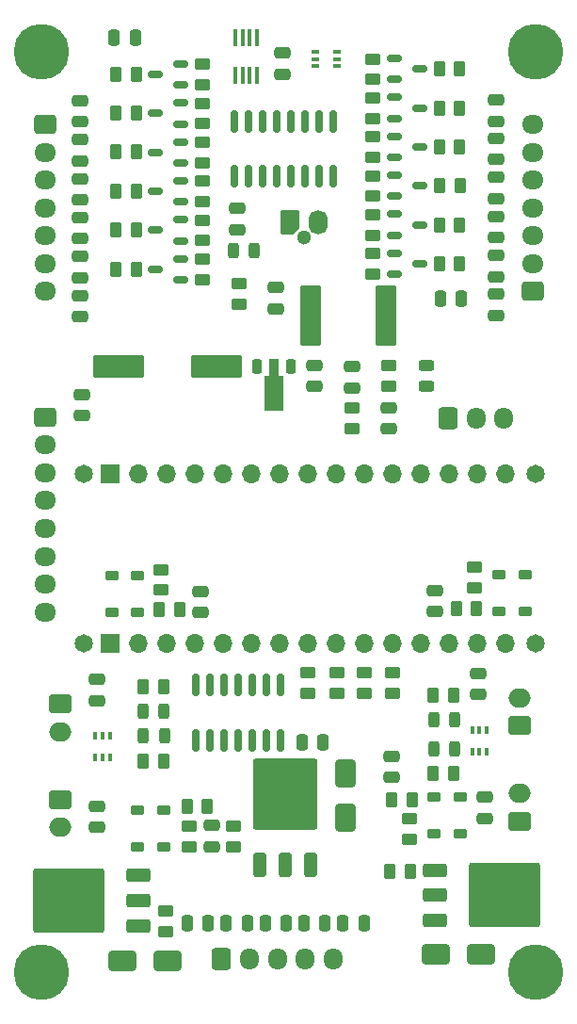
<source format=gbr>
%TF.GenerationSoftware,KiCad,Pcbnew,9.0.0*%
%TF.CreationDate,2025-05-01T21:30:10-04:00*%
%TF.ProjectId,StarterController_Nano,53746172-7465-4724-936f-6e74726f6c6c,rev?*%
%TF.SameCoordinates,Original*%
%TF.FileFunction,Soldermask,Top*%
%TF.FilePolarity,Negative*%
%FSLAX46Y46*%
G04 Gerber Fmt 4.6, Leading zero omitted, Abs format (unit mm)*
G04 Created by KiCad (PCBNEW 9.0.0) date 2025-05-01 21:30:10*
%MOMM*%
%LPD*%
G01*
G04 APERTURE LIST*
G04 Aperture macros list*
%AMRoundRect*
0 Rectangle with rounded corners*
0 $1 Rounding radius*
0 $2 $3 $4 $5 $6 $7 $8 $9 X,Y pos of 4 corners*
0 Add a 4 corners polygon primitive as box body*
4,1,4,$2,$3,$4,$5,$6,$7,$8,$9,$2,$3,0*
0 Add four circle primitives for the rounded corners*
1,1,$1+$1,$2,$3*
1,1,$1+$1,$4,$5*
1,1,$1+$1,$6,$7*
1,1,$1+$1,$8,$9*
0 Add four rect primitives between the rounded corners*
20,1,$1+$1,$2,$3,$4,$5,0*
20,1,$1+$1,$4,$5,$6,$7,0*
20,1,$1+$1,$6,$7,$8,$9,0*
20,1,$1+$1,$8,$9,$2,$3,0*%
%AMFreePoly0*
4,1,22,0.945671,0.830970,1.026777,0.776777,1.080970,0.695671,1.100000,0.600000,1.100000,-0.600000,1.080970,-0.695671,1.026777,-0.776777,0.945671,-0.830970,0.850000,-0.850000,-0.450000,-0.850000,-0.545671,-0.830970,-0.626777,-0.776777,-1.026777,-0.376777,-1.080970,-0.295671,-1.100000,-0.200000,-1.100000,0.600000,-1.080970,0.695671,-1.026777,0.776777,-0.945671,0.830970,-0.850000,0.850000,
0.850000,0.850000,0.945671,0.830970,0.945671,0.830970,$1*%
%AMFreePoly1*
4,1,9,3.862500,-0.866500,0.737500,-0.866500,0.737500,-0.450000,-0.737500,-0.450000,-0.737500,0.450000,0.737500,0.450000,0.737500,0.866500,3.862500,0.866500,3.862500,-0.866500,3.862500,-0.866500,$1*%
G04 Aperture macros list end*
%ADD10RoundRect,0.250000X0.450000X-0.262500X0.450000X0.262500X-0.450000X0.262500X-0.450000X-0.262500X0*%
%ADD11RoundRect,0.250000X-0.250000X-0.475000X0.250000X-0.475000X0.250000X0.475000X-0.250000X0.475000X0*%
%ADD12RoundRect,0.250000X0.475000X-0.250000X0.475000X0.250000X-0.475000X0.250000X-0.475000X-0.250000X0*%
%ADD13RoundRect,0.250000X1.000000X0.650000X-1.000000X0.650000X-1.000000X-0.650000X1.000000X-0.650000X0*%
%ADD14RoundRect,0.150000X0.512500X0.150000X-0.512500X0.150000X-0.512500X-0.150000X0.512500X-0.150000X0*%
%ADD15RoundRect,0.250000X-0.725000X0.600000X-0.725000X-0.600000X0.725000X-0.600000X0.725000X0.600000X0*%
%ADD16O,1.950000X1.700000*%
%ADD17RoundRect,0.250000X-0.475000X0.250000X-0.475000X-0.250000X0.475000X-0.250000X0.475000X0.250000X0*%
%ADD18RoundRect,0.150000X-0.512500X-0.150000X0.512500X-0.150000X0.512500X0.150000X-0.512500X0.150000X0*%
%ADD19RoundRect,0.250000X0.725000X-0.600000X0.725000X0.600000X-0.725000X0.600000X-0.725000X-0.600000X0*%
%ADD20RoundRect,0.250000X-0.712500X-2.475000X0.712500X-2.475000X0.712500X2.475000X-0.712500X2.475000X0*%
%ADD21RoundRect,0.250000X-0.450000X0.262500X-0.450000X-0.262500X0.450000X-0.262500X0.450000X0.262500X0*%
%ADD22RoundRect,0.100000X-0.100000X0.225000X-0.100000X-0.225000X0.100000X-0.225000X0.100000X0.225000X0*%
%ADD23C,1.651000*%
%ADD24RoundRect,0.225000X-0.375000X0.225000X-0.375000X-0.225000X0.375000X-0.225000X0.375000X0.225000X0*%
%ADD25RoundRect,0.250000X0.262500X0.450000X-0.262500X0.450000X-0.262500X-0.450000X0.262500X-0.450000X0*%
%ADD26RoundRect,0.250000X-1.000000X-0.650000X1.000000X-0.650000X1.000000X0.650000X-1.000000X0.650000X0*%
%ADD27RoundRect,0.243750X-0.243750X-0.456250X0.243750X-0.456250X0.243750X0.456250X-0.243750X0.456250X0*%
%ADD28RoundRect,0.243750X0.243750X0.456250X-0.243750X0.456250X-0.243750X-0.456250X0.243750X-0.456250X0*%
%ADD29RoundRect,0.250000X-0.850000X-0.350000X0.850000X-0.350000X0.850000X0.350000X-0.850000X0.350000X0*%
%ADD30RoundRect,0.249997X-2.950003X-2.650003X2.950003X-2.650003X2.950003X2.650003X-2.950003X2.650003X0*%
%ADD31RoundRect,0.225000X0.375000X-0.225000X0.375000X0.225000X-0.375000X0.225000X-0.375000X-0.225000X0*%
%ADD32R,0.300000X1.600000*%
%ADD33R,1.700000X1.700000*%
%ADD34O,1.700000X1.700000*%
%ADD35RoundRect,0.250000X-0.262500X-0.450000X0.262500X-0.450000X0.262500X0.450000X-0.262500X0.450000X0*%
%ADD36RoundRect,0.250000X-0.600000X-0.725000X0.600000X-0.725000X0.600000X0.725000X-0.600000X0.725000X0*%
%ADD37O,1.700000X1.950000*%
%ADD38RoundRect,0.250000X0.250000X0.475000X-0.250000X0.475000X-0.250000X-0.475000X0.250000X-0.475000X0*%
%ADD39C,5.000000*%
%ADD40RoundRect,0.150000X-0.150000X0.825000X-0.150000X-0.825000X0.150000X-0.825000X0.150000X0.825000X0*%
%ADD41RoundRect,0.250001X2.049999X0.799999X-2.049999X0.799999X-2.049999X-0.799999X2.049999X-0.799999X0*%
%ADD42RoundRect,0.100000X0.225000X0.100000X-0.225000X0.100000X-0.225000X-0.100000X0.225000X-0.100000X0*%
%ADD43RoundRect,0.250000X0.350000X-0.850000X0.350000X0.850000X-0.350000X0.850000X-0.350000X-0.850000X0*%
%ADD44RoundRect,0.249997X2.650003X-2.950003X2.650003X2.950003X-2.650003X2.950003X-2.650003X-2.950003X0*%
%ADD45RoundRect,0.250000X0.750000X-0.600000X0.750000X0.600000X-0.750000X0.600000X-0.750000X-0.600000X0*%
%ADD46O,2.000000X1.700000*%
%ADD47RoundRect,0.250000X0.850000X0.350000X-0.850000X0.350000X-0.850000X-0.350000X0.850000X-0.350000X0*%
%ADD48RoundRect,0.249997X2.950003X2.650003X-2.950003X2.650003X-2.950003X-2.650003X2.950003X-2.650003X0*%
%ADD49C,1.300000*%
%ADD50FreePoly0,90.000000*%
%ADD51O,1.700000X2.200000*%
%ADD52RoundRect,0.250000X-0.750000X0.600000X-0.750000X-0.600000X0.750000X-0.600000X0.750000X0.600000X0*%
%ADD53RoundRect,0.225000X-0.225000X0.425000X-0.225000X-0.425000X0.225000X-0.425000X0.225000X0.425000X0*%
%ADD54FreePoly1,270.000000*%
%ADD55RoundRect,0.250000X0.650000X-1.000000X0.650000X1.000000X-0.650000X1.000000X-0.650000X-1.000000X0*%
%ADD56RoundRect,0.243750X0.456250X-0.243750X0.456250X0.243750X-0.456250X0.243750X-0.456250X-0.243750X0*%
G04 APERTURE END LIST*
D10*
%TO.C,R19*%
X112000000Y-59012500D03*
X112000000Y-57187500D03*
%TD*%
D11*
%TO.C,C12*%
X117600000Y-123860000D03*
X119500000Y-123860000D03*
%TD*%
D12*
%TO.C,C2*%
X118600000Y-68650000D03*
X118600000Y-66750000D03*
%TD*%
D13*
%TO.C,D2*%
X108800000Y-127250000D03*
X104800000Y-127250000D03*
%TD*%
D12*
%TO.C,C33*%
X128700000Y-79450000D03*
X128700000Y-77550000D03*
%TD*%
D14*
%TO.C,Q12*%
X110037500Y-62550000D03*
X110037500Y-60650000D03*
X107762500Y-61600000D03*
%TD*%
D15*
%TO.C,J1*%
X97800000Y-78400000D03*
D16*
X97800000Y-80900000D03*
X97800000Y-83400000D03*
X97800000Y-85900000D03*
X97800000Y-88400000D03*
X97800000Y-90900000D03*
X97800000Y-93400000D03*
X97800000Y-95900000D03*
%TD*%
D17*
%TO.C,C7*%
X115100000Y-59650000D03*
X115100000Y-61550000D03*
%TD*%
D15*
%TO.C,J4*%
X97800000Y-52100000D03*
D16*
X97800000Y-54600000D03*
X97800000Y-57100000D03*
X97800000Y-59600000D03*
X97800000Y-62100000D03*
X97800000Y-64600000D03*
X97800000Y-67100000D03*
%TD*%
D18*
%TO.C,Q4*%
X129262500Y-56650000D03*
X129262500Y-58550000D03*
X131537500Y-57600000D03*
%TD*%
D19*
%TO.C,J3*%
X141649840Y-67100000D03*
D16*
X141649840Y-64600000D03*
X141649840Y-62100000D03*
X141649840Y-59600000D03*
X141649840Y-57100000D03*
X141649840Y-54600000D03*
X141649840Y-52100000D03*
%TD*%
D20*
%TO.C,F1*%
X121712500Y-69300000D03*
X128487500Y-69300000D03*
%TD*%
D10*
%TO.C,R30*%
X124100000Y-103212500D03*
X124100000Y-101387500D03*
%TD*%
%TO.C,R29*%
X128700000Y-75612500D03*
X128700000Y-73787500D03*
%TD*%
D12*
%TO.C,C25*%
X138400000Y-58750000D03*
X138400000Y-56850000D03*
%TD*%
D21*
%TO.C,R6*%
X136400000Y-91887500D03*
X136400000Y-93712500D03*
%TD*%
D22*
%TO.C,Q15*%
X103650000Y-107050000D03*
X103000000Y-107050000D03*
X102350000Y-107050000D03*
X102350000Y-108950000D03*
X103000000Y-108950000D03*
X103650000Y-108950000D03*
%TD*%
D17*
%TO.C,C5*%
X112800000Y-115100000D03*
X112800000Y-117000000D03*
%TD*%
D11*
%TO.C,C8*%
X120900000Y-107650000D03*
X122800000Y-107650000D03*
%TD*%
D23*
%TO.C,MH2*%
X101270000Y-83490000D03*
%TD*%
D17*
%TO.C,C20*%
X101000000Y-60450000D03*
X101000000Y-62350000D03*
%TD*%
D21*
%TO.C,R16*%
X127300000Y-49707500D03*
X127300000Y-51532500D03*
%TD*%
D12*
%TO.C,C37*%
X138400000Y-69250000D03*
X138400000Y-67350000D03*
%TD*%
D24*
%TO.C,D9*%
X135200000Y-112550000D03*
X135200000Y-115850000D03*
%TD*%
D12*
%TO.C,C16*%
X136800000Y-103300000D03*
X136800000Y-101400000D03*
%TD*%
D25*
%TO.C,R34*%
X135112500Y-50600000D03*
X133287500Y-50600000D03*
%TD*%
D14*
%TO.C,Q11*%
X110037500Y-52050000D03*
X110037500Y-50150000D03*
X107762500Y-51100000D03*
%TD*%
D26*
%TO.C,D3*%
X133000000Y-126700000D03*
X137000000Y-126700000D03*
%TD*%
D10*
%TO.C,R23*%
X112000000Y-66025000D03*
X112000000Y-64200000D03*
%TD*%
D27*
%TO.C,D6*%
X132762500Y-108200000D03*
X134637500Y-108200000D03*
%TD*%
D17*
%TO.C,C17*%
X102500000Y-113350000D03*
X102500000Y-115250000D03*
%TD*%
D28*
%TO.C,D14*%
X108537500Y-107000000D03*
X106662500Y-107000000D03*
%TD*%
D17*
%TO.C,C9*%
X125400000Y-73850000D03*
X125400000Y-75750000D03*
%TD*%
D12*
%TO.C,C6*%
X111800000Y-95950000D03*
X111800000Y-94050000D03*
%TD*%
D21*
%TO.C,R13*%
X127300000Y-53207500D03*
X127300000Y-55032500D03*
%TD*%
D29*
%TO.C,Q21*%
X132850000Y-119092500D03*
X132850000Y-121372500D03*
D30*
X139150000Y-121372500D03*
D29*
X132850000Y-123652500D03*
%TD*%
D11*
%TO.C,C30*%
X114100000Y-123860000D03*
X116000000Y-123860000D03*
%TD*%
D31*
%TO.C,D10*%
X141000000Y-95850000D03*
X141000000Y-92550000D03*
%TD*%
D22*
%TO.C,Q16*%
X137550000Y-106550000D03*
X136900000Y-106550000D03*
X136250000Y-106550000D03*
X136250000Y-108450000D03*
X136900000Y-108450000D03*
X137550000Y-108450000D03*
%TD*%
D32*
%TO.C,U3*%
X116875000Y-44300000D03*
X116225000Y-44300000D03*
X115575000Y-44300000D03*
X114925000Y-44300000D03*
X114925000Y-47700000D03*
X115575000Y-47700000D03*
X116225000Y-47700000D03*
X116875000Y-47700000D03*
%TD*%
D10*
%TO.C,R31*%
X126500000Y-103212500D03*
X126500000Y-101387500D03*
%TD*%
D31*
%TO.C,D5*%
X132800000Y-115805000D03*
X132800000Y-112505000D03*
%TD*%
D14*
%TO.C,Q13*%
X110037500Y-66050000D03*
X110037500Y-64150000D03*
X107762500Y-65100000D03*
%TD*%
D21*
%TO.C,R49*%
X114800000Y-115157500D03*
X114800000Y-116982500D03*
%TD*%
D10*
%TO.C,R11*%
X110800000Y-116982500D03*
X110800000Y-115157500D03*
%TD*%
D25*
%TO.C,R2*%
X135125000Y-57600000D03*
X133300000Y-57600000D03*
%TD*%
D18*
%TO.C,Q8*%
X129262500Y-63650000D03*
X129262500Y-65550000D03*
X131537500Y-64600000D03*
%TD*%
D33*
%TO.C,J13*%
X103710000Y-83500000D03*
D34*
X106250000Y-83500000D03*
X108790000Y-83500000D03*
X111330000Y-83500000D03*
X113870000Y-83500000D03*
X116410000Y-83500000D03*
X118950000Y-83500000D03*
X121490000Y-83500000D03*
X124030000Y-83500000D03*
X126570000Y-83500000D03*
X129110000Y-83500000D03*
X131650000Y-83500000D03*
X134190000Y-83500000D03*
X136730000Y-83500000D03*
X139270000Y-83500000D03*
%TD*%
D21*
%TO.C,R14*%
X127300000Y-56707500D03*
X127300000Y-58532500D03*
%TD*%
D17*
%TO.C,C4*%
X132900000Y-93950000D03*
X132900000Y-95850000D03*
%TD*%
D10*
%TO.C,R20*%
X112000000Y-55512500D03*
X112000000Y-53687500D03*
%TD*%
D35*
%TO.C,R53*%
X128837500Y-119200000D03*
X130662500Y-119200000D03*
%TD*%
D25*
%TO.C,R41*%
X106012500Y-65100000D03*
X104187500Y-65100000D03*
%TD*%
D36*
%TO.C,J2*%
X113700000Y-127100000D03*
D37*
X116200000Y-127100000D03*
X118700000Y-127100000D03*
X121200000Y-127100000D03*
X123700000Y-127100000D03*
%TD*%
D36*
%TO.C,J5*%
X134100000Y-78500000D03*
D37*
X136600000Y-78500000D03*
X139100000Y-78500000D03*
%TD*%
D17*
%TO.C,C10*%
X122000000Y-73750000D03*
X122000000Y-75650000D03*
%TD*%
D35*
%TO.C,R25*%
X110575000Y-113350000D03*
X112400000Y-113350000D03*
%TD*%
D12*
%TO.C,C3*%
X129000000Y-110750000D03*
X129000000Y-108850000D03*
%TD*%
D23*
%TO.C,MH4*%
X141910000Y-98730000D03*
%TD*%
D25*
%TO.C,R37*%
X106012500Y-58100000D03*
X104187500Y-58100000D03*
%TD*%
D38*
%TO.C,C13*%
X135250000Y-67700000D03*
X133350000Y-67700000D03*
%TD*%
D39*
%TO.C,H2*%
X141949840Y-45563000D03*
%TD*%
D12*
%TO.C,C26*%
X138400000Y-62250000D03*
X138400000Y-60350000D03*
%TD*%
%TO.C,C24*%
X138400000Y-65750000D03*
X138400000Y-63850000D03*
%TD*%
D25*
%TO.C,R8*%
X136612500Y-95600000D03*
X134787500Y-95600000D03*
%TD*%
D24*
%TO.C,D13*%
X106100000Y-92650000D03*
X106100000Y-95950000D03*
%TD*%
D25*
%TO.C,R10*%
X108472500Y-109300000D03*
X106647500Y-109300000D03*
%TD*%
%TO.C,R35*%
X135112500Y-47100000D03*
X133287500Y-47100000D03*
%TD*%
D10*
%TO.C,R5*%
X130600000Y-116312500D03*
X130600000Y-114487500D03*
%TD*%
D40*
%TO.C,U2*%
X119032500Y-102475000D03*
X117762500Y-102475000D03*
X116492500Y-102475000D03*
X115222500Y-102475000D03*
X113952500Y-102475000D03*
X112682500Y-102475000D03*
X111412500Y-102475000D03*
X111412500Y-107425000D03*
X112682500Y-107425000D03*
X113952500Y-107425000D03*
X115222500Y-107425000D03*
X116492500Y-107425000D03*
X117762500Y-107425000D03*
X119032500Y-107425000D03*
%TD*%
D21*
%TO.C,R15*%
X127300000Y-60207500D03*
X127300000Y-62032500D03*
%TD*%
D17*
%TO.C,C29*%
X101000000Y-49950000D03*
X101000000Y-51850000D03*
%TD*%
D28*
%TO.C,D12*%
X108497500Y-104800000D03*
X106622500Y-104800000D03*
%TD*%
%TO.C,D17*%
X116637500Y-63400000D03*
X114762500Y-63400000D03*
%TD*%
D17*
%TO.C,C23*%
X101000000Y-56950000D03*
X101000000Y-58850000D03*
%TD*%
D21*
%TO.C,R27*%
X115300000Y-66387500D03*
X115300000Y-68212500D03*
%TD*%
D18*
%TO.C,Q3*%
X129262500Y-53150000D03*
X129262500Y-55050000D03*
X131537500Y-54100000D03*
%TD*%
D14*
%TO.C,Q14*%
X110037500Y-48550000D03*
X110037500Y-46650000D03*
X107762500Y-47600000D03*
%TD*%
D11*
%TO.C,C32*%
X124600000Y-123860000D03*
X126500000Y-123860000D03*
%TD*%
D17*
%TO.C,C15*%
X137400000Y-112555000D03*
X137400000Y-114455000D03*
%TD*%
D10*
%TO.C,R28*%
X121420000Y-103212500D03*
X121420000Y-101387500D03*
%TD*%
D17*
%TO.C,C21*%
X101000000Y-67450000D03*
X101000000Y-69350000D03*
%TD*%
D41*
%TO.C,C34*%
X113200000Y-73800000D03*
X104400000Y-73800000D03*
%TD*%
D25*
%TO.C,R40*%
X106012500Y-61600000D03*
X104187500Y-61600000D03*
%TD*%
D18*
%TO.C,Q6*%
X129262500Y-49650000D03*
X129262500Y-51550000D03*
X131537500Y-50600000D03*
%TD*%
D25*
%TO.C,R36*%
X135112500Y-64600000D03*
X133287500Y-64600000D03*
%TD*%
D23*
%TO.C,MH1*%
X101270000Y-98730000D03*
%TD*%
D31*
%TO.C,D16*%
X103800000Y-95905000D03*
X103800000Y-92605000D03*
%TD*%
D42*
%TO.C,U1*%
X124050000Y-46850000D03*
X124050000Y-46200000D03*
X124050000Y-45550000D03*
X122150000Y-45550000D03*
X122150000Y-46200000D03*
X122150000Y-46850000D03*
%TD*%
D43*
%TO.C,Q19*%
X117120000Y-118600000D03*
X119400000Y-118600000D03*
D44*
X119400000Y-112300000D03*
D43*
X121680000Y-118600000D03*
%TD*%
D35*
%TO.C,R4*%
X132747500Y-103400000D03*
X134572500Y-103400000D03*
%TD*%
D21*
%TO.C,R51*%
X108700000Y-122787500D03*
X108700000Y-124612500D03*
%TD*%
D11*
%TO.C,C31*%
X121100000Y-123860000D03*
X123000000Y-123860000D03*
%TD*%
%TO.C,C36*%
X110600000Y-123860000D03*
X112500000Y-123860000D03*
%TD*%
D18*
%TO.C,Q5*%
X129262500Y-60150000D03*
X129262500Y-62050000D03*
X131537500Y-61100000D03*
%TD*%
D10*
%TO.C,R21*%
X112000000Y-52012500D03*
X112000000Y-50187500D03*
%TD*%
%TO.C,R32*%
X129100000Y-103212500D03*
X129100000Y-101387500D03*
%TD*%
D45*
%TO.C,J9*%
X140500000Y-106100000D03*
D46*
X140500000Y-103600000D03*
%TD*%
D25*
%TO.C,R33*%
X135112500Y-61100000D03*
X133287500Y-61100000D03*
%TD*%
%TO.C,R7*%
X130812500Y-112755000D03*
X128987500Y-112755000D03*
%TD*%
%TO.C,R38*%
X106012500Y-54500000D03*
X104187500Y-54500000D03*
%TD*%
%TO.C,R42*%
X106012500Y-47600000D03*
X104187500Y-47600000D03*
%TD*%
D47*
%TO.C,Q20*%
X106250000Y-124157500D03*
X106250000Y-121877500D03*
D48*
X99950000Y-121877500D03*
D47*
X106250000Y-119597500D03*
%TD*%
D18*
%TO.C,Q7*%
X129262500Y-46150000D03*
X129262500Y-48050000D03*
X131537500Y-47100000D03*
%TD*%
D40*
%TO.C,U4*%
X123745000Y-51800000D03*
X122475000Y-51800000D03*
X121205000Y-51800000D03*
X119935000Y-51800000D03*
X118665000Y-51800000D03*
X117395000Y-51800000D03*
X116125000Y-51800000D03*
X114855000Y-51800000D03*
X114855000Y-56750000D03*
X116125000Y-56750000D03*
X117395000Y-56750000D03*
X118665000Y-56750000D03*
X119935000Y-56750000D03*
X121205000Y-56750000D03*
X122475000Y-56750000D03*
X123745000Y-56750000D03*
%TD*%
D27*
%TO.C,D8*%
X132762500Y-105600000D03*
X134637500Y-105600000D03*
%TD*%
D49*
%TO.C,J6*%
X121100000Y-62210000D03*
D50*
X119850000Y-60870000D03*
D51*
X122350000Y-60870000D03*
%TD*%
D10*
%TO.C,R24*%
X112000000Y-48512500D03*
X112000000Y-46687500D03*
%TD*%
D24*
%TO.C,D15*%
X106100000Y-113750000D03*
X106100000Y-117050000D03*
%TD*%
D25*
%TO.C,R39*%
X106012500Y-51100000D03*
X104187500Y-51100000D03*
%TD*%
D17*
%TO.C,C22*%
X101000000Y-63950000D03*
X101000000Y-65850000D03*
%TD*%
D21*
%TO.C,R12*%
X108270000Y-92087500D03*
X108270000Y-93912500D03*
%TD*%
D52*
%TO.C,J10*%
X99200000Y-112750000D03*
D46*
X99200000Y-115250000D03*
%TD*%
D31*
%TO.C,D11*%
X108500000Y-117005000D03*
X108500000Y-113705000D03*
%TD*%
D53*
%TO.C,U5*%
X119900000Y-73850000D03*
D54*
X118400000Y-73937500D03*
D53*
X116900000Y-73850000D03*
%TD*%
D17*
%TO.C,C14*%
X102500000Y-101950000D03*
X102500000Y-103850000D03*
%TD*%
%TO.C,C35*%
X101100000Y-76350000D03*
X101100000Y-78250000D03*
%TD*%
D23*
%TO.C,MH3*%
X141910000Y-83490000D03*
%TD*%
D52*
%TO.C,J7*%
X99200000Y-104150000D03*
D46*
X99200000Y-106650000D03*
%TD*%
D21*
%TO.C,R17*%
X127300000Y-46207500D03*
X127300000Y-48032500D03*
%TD*%
D14*
%TO.C,Q10*%
X110037500Y-55550000D03*
X110037500Y-53650000D03*
X107762500Y-54600000D03*
%TD*%
D17*
%TO.C,C11*%
X119200000Y-45650000D03*
X119200000Y-47550000D03*
%TD*%
D39*
%TO.C,H4*%
X141949840Y-128240000D03*
%TD*%
%TO.C,H3*%
X97500000Y-128240000D03*
%TD*%
D12*
%TO.C,C28*%
X138400000Y-51800000D03*
X138400000Y-49900000D03*
%TD*%
D55*
%TO.C,D1*%
X124800000Y-114400000D03*
X124800000Y-110400000D03*
%TD*%
D17*
%TO.C,C19*%
X101000000Y-53450000D03*
X101000000Y-55350000D03*
%TD*%
D33*
%TO.C,J12*%
X103670000Y-98705000D03*
D34*
X106210000Y-98705000D03*
X108750000Y-98705000D03*
X111290000Y-98705000D03*
X113830000Y-98705000D03*
X116370000Y-98705000D03*
X118910000Y-98705000D03*
X121450000Y-98705000D03*
X123990000Y-98705000D03*
X126530000Y-98705000D03*
X129070000Y-98705000D03*
X131610000Y-98705000D03*
X134150000Y-98705000D03*
X136690000Y-98705000D03*
X139230000Y-98705000D03*
%TD*%
D45*
%TO.C,J8*%
X140500000Y-114700000D03*
D46*
X140500000Y-112200000D03*
%TD*%
D14*
%TO.C,Q9*%
X110037500Y-59050000D03*
X110037500Y-57150000D03*
X107762500Y-58100000D03*
%TD*%
D35*
%TO.C,R26*%
X108087500Y-95700000D03*
X109912500Y-95700000D03*
%TD*%
D24*
%TO.C,D7*%
X138600000Y-92550000D03*
X138600000Y-95850000D03*
%TD*%
D25*
%TO.C,R9*%
X108472500Y-102600000D03*
X106647500Y-102600000D03*
%TD*%
D21*
%TO.C,R18*%
X127300000Y-63707500D03*
X127300000Y-65532500D03*
%TD*%
D11*
%TO.C,C18*%
X104050000Y-44300000D03*
X105950000Y-44300000D03*
%TD*%
D25*
%TO.C,R1*%
X135112500Y-54100000D03*
X133287500Y-54100000D03*
%TD*%
D35*
%TO.C,R3*%
X132747500Y-110433333D03*
X134572500Y-110433333D03*
%TD*%
D56*
%TO.C,D19*%
X132100000Y-75637500D03*
X132100000Y-73762500D03*
%TD*%
D10*
%TO.C,R22*%
X112000000Y-62512500D03*
X112000000Y-60687500D03*
%TD*%
D12*
%TO.C,C27*%
X138400000Y-55250000D03*
X138400000Y-53350000D03*
%TD*%
D39*
%TO.C,H1*%
X97500000Y-45563000D03*
%TD*%
D10*
%TO.C,R43*%
X125400000Y-79412500D03*
X125400000Y-77587500D03*
%TD*%
M02*

</source>
